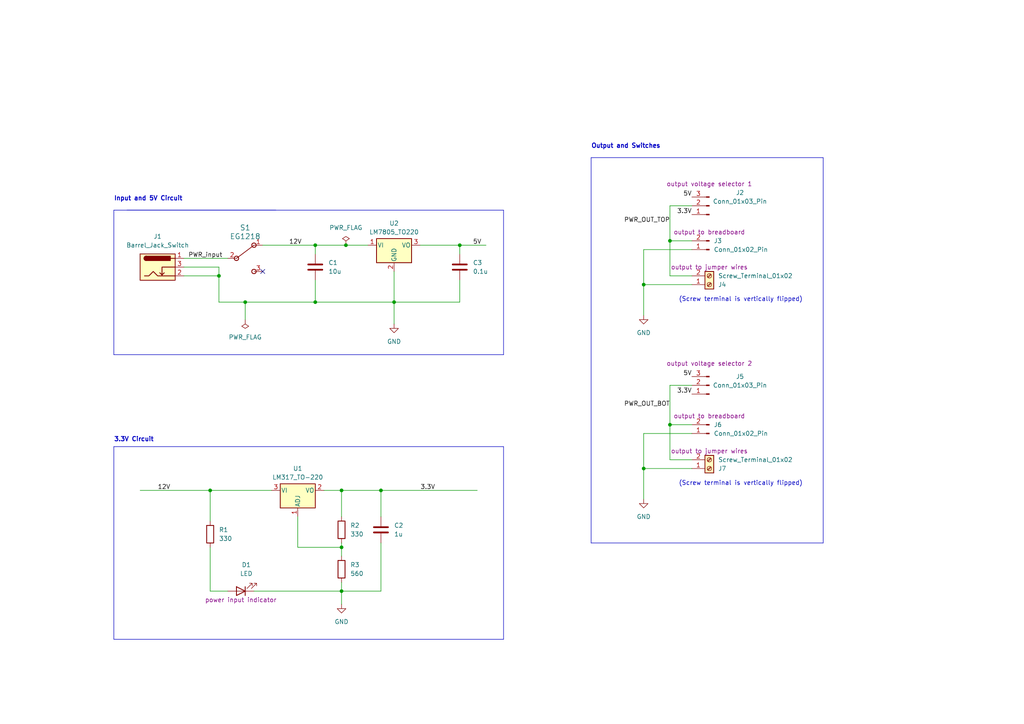
<source format=kicad_sch>
(kicad_sch (version 20230121) (generator eeschema)
  (paper "A4")
  (title_block (title "POWER SUPPLY PCB") (date "2023-06-14") (rev "1") (company "Tech Explorations"))
  (lib_symbols
    (symbol "Connector:Barrel_Jack_Switch" (pin_names hide)
      (property "Reference" "J" (at 0 5.334 0))
      (property "Value" "Barrel_Jack_Switch" (at 0 -5.08 0))
      (symbol "Barrel_Jack_Switch_0_1"
        (rectangle (start -5.08 3.81) (end 5.08 -3.81) (stroke (width 0.254)) (fill (type background)))
        (arc (start -3.302 3.175) (mid -3.9343 2.54) (end -3.302 1.905) (stroke (width 0.254)))
        (arc (start -3.302 3.175) (mid -3.9343 2.54) (end -3.302 1.905) (stroke (width 0.254)) (fill (type outline)))
        (polyline (pts (xy 1.27 -2.286) (xy 1.905 -1.651)) (stroke (width 0.254)))
        (polyline (pts (xy 5.08 2.54) (xy 3.81 2.54)) (stroke (width 0.254)))
        (polyline (pts (xy 5.08 0) (xy 1.27 0) (xy 1.27 -2.286) (xy 0.635 -1.651)) (stroke (width 0.254)))
        (polyline (pts (xy -3.81 -2.54) (xy -2.54 -2.54) (xy -1.27 -1.27) (xy 0 -2.54) (xy 2.54 -2.54) (xy 5.08 -2.54)) (stroke (width 0.254)))
        (rectangle (start 3.683 3.175) (end -3.302 1.905) (stroke (width 0.254)) (fill (type outline)))
      )
      (symbol "Barrel_Jack_Switch_1_1"
        (pin passive line (at 7.62 2.54 180) (length 2.54) (name "~") (number "1"))
        (pin passive line (at 7.62 -2.54 180) (length 2.54) (name "~") (number "2"))
        (pin passive line (at 7.62 0 180) (length 2.54) (name "~") (number "3"))
      )
    )
    (symbol "Connector:Conn_01x02_Pin" (pin_names (offset 1.016) hide)
      (property "Reference" "J" (at 0 2.54 0))
      (property "Value" "Conn_01x02_Pin" (at 0 -5.08 0))
      (symbol "Conn_01x02_Pin_1_1"
        (polyline (pts (xy 1.27 -2.54) (xy 0.8636 -2.54)) (stroke (width 0.1524)))
        (polyline (pts (xy 1.27 0) (xy 0.8636 0)) (stroke (width 0.1524)))
        (rectangle (start 0.8636 -2.413) (end 0 -2.667) (stroke (width 0.1524)) (fill (type outline)))
        (rectangle (start 0.8636 0.127) (end 0 -0.127) (stroke (width 0.1524)) (fill (type outline)))
        (pin passive line (at 5.08 0 180) (length 3.81) (name "Pin_1") (number "1"))
        (pin passive line (at 5.08 -2.54 180) (length 3.81) (name "Pin_2") (number "2"))
      )
    )
    (symbol "Connector:Conn_01x03_Pin" (pin_names (offset 1.016) hide)
      (property "Reference" "J" (at 0 5.08 0))
      (property "Value" "Conn_01x03_Pin" (at 0 -5.08 0))
      (symbol "Conn_01x03_Pin_1_1"
        (polyline (pts (xy 1.27 -2.54) (xy 0.8636 -2.54)) (stroke (width 0.1524)))
        (polyline (pts (xy 1.27 0) (xy 0.8636 0)) (stroke (width 0.1524)))
        (polyline (pts (xy 1.27 2.54) (xy 0.8636 2.54)) (stroke (width 0.1524)))
        (rectangle (start 0.8636 -2.413) (end 0 -2.667) (stroke (width 0.1524)) (fill (type outline)))
        (rectangle (start 0.8636 0.127) (end 0 -0.127) (stroke (width 0.1524)) (fill (type outline)))
        (rectangle (start 0.8636 2.667) (end 0 2.413) (stroke (width 0.1524)) (fill (type outline)))
        (pin passive line (at 5.08 2.54 180) (length 3.81) (name "Pin_1") (number "1"))
        (pin passive line (at 5.08 0 180) (length 3.81) (name "Pin_2") (number "2"))
        (pin passive line (at 5.08 -2.54 180) (length 3.81) (name "Pin_3") (number "3"))
      )
    )
    (symbol "Connector:Screw_Terminal_01x02" (pin_names (offset 1.016) hide)
      (property "Reference" "J" (at 0 2.54 0))
      (property "Value" "Screw_Terminal_01x02" (at 0 -5.08 0))
      (symbol "Screw_Terminal_01x02_1_1"
        (rectangle (start -1.27 1.27) (end 1.27 -3.81) (stroke (width 0.254)) (fill (type background)))
        (circle (center 0 -2.54) (radius 0.635) (stroke (width 0.1524)))
        (polyline (pts (xy -0.5334 -2.2098) (xy 0.3302 -3.048)) (stroke (width 0.1524)))
        (polyline (pts (xy -0.5334 0.3302) (xy 0.3302 -0.508)) (stroke (width 0.1524)))
        (polyline (pts (xy -0.3556 -2.032) (xy 0.508 -2.8702)) (stroke (width 0.1524)))
        (polyline (pts (xy -0.3556 0.508) (xy 0.508 -0.3302)) (stroke (width 0.1524)))
        (circle (center 0 0) (radius 0.635) (stroke (width 0.1524)))
        (pin passive line (at -5.08 0 0) (length 3.81) (name "Pin_1") (number "1"))
        (pin passive line (at -5.08 -2.54 0) (length 3.81) (name "Pin_2") (number "2"))
      )
    )
    (symbol "Device:C" (pin_numbers hide) (pin_names (offset 0.254))
      (property "Reference" "C" (at 0.635 2.54 0))
      (property "Value" "C" (at 0.635 -2.54 0))
      (symbol "C_0_1"
        (polyline (pts (xy -2.032 -0.762) (xy 2.032 -0.762)) (stroke (width 0.508)))
        (polyline (pts (xy -2.032 0.762) (xy 2.032 0.762)) (stroke (width 0.508)))
      )
      (symbol "C_1_1"
        (pin passive line (at 0 3.81 270) (length 2.794) (name "~") (number "1"))
        (pin passive line (at 0 -3.81 90) (length 2.794) (name "~") (number "2"))
      )
    )
    (symbol "Device:LED" (pin_numbers hide) (pin_names (offset 1.016) hide)
      (property "Reference" "D" (at 0 2.54 0))
      (property "Value" "LED" (at 0 -2.54 0))
      (symbol "LED_0_1"
        (polyline (pts (xy -1.27 -1.27) (xy -1.27 1.27)) (stroke (width 0.254)))
        (polyline (pts (xy -1.27 0) (xy 1.27 0)))
        (polyline (pts (xy 1.27 -1.27) (xy 1.27 1.27) (xy -1.27 0) (xy 1.27 -1.27)) (stroke (width 0.254)))
        (polyline (pts (xy -3.048 -0.762) (xy -4.572 -2.286) (xy -3.81 -2.286) (xy -4.572 -2.286) (xy -4.572 -1.524)))
        (polyline (pts (xy -1.778 -0.762) (xy -3.302 -2.286) (xy -2.54 -2.286) (xy -3.302 -2.286) (xy -3.302 -1.524)))
      )
      (symbol "LED_1_1"
        (pin passive line (at -3.81 0 0) (length 2.54) (name "K") (number "1"))
        (pin passive line (at 3.81 0 180) (length 2.54) (name "A") (number "2"))
      )
    )
    (symbol "Device:R" (pin_numbers hide) (pin_names (offset 0))
      (property "Reference" "R" (at 2.032 0 90))
      (property "Value" "R" (at 0 0 90))
      (symbol "R_0_1"
        (rectangle (start -1.016 -2.54) (end 1.016 2.54) (stroke (width 0.254)))
      )
      (symbol "R_1_1"
        (pin passive line (at 0 3.81 270) (length 1.27) (name "~") (number "1"))
        (pin passive line (at 0 -3.81 90) (length 1.27) (name "~") (number "2"))
      )
    )
    (symbol "EG1218_1_sw:EG1218" (pin_names (offset 0.254))
      (property "Reference" "S?" (at 3.81 8.89 0))
      (property "Value" "EG1218" (at 2.54 -6.35 0))
      (symbol "EG1218_0_1"
        (polyline (pts (xy 5.08 3.81) (xy 0 0)) (stroke (width 0.2032)))
        (circle (center 0 0) (radius 0.635) (stroke (width 0.254)))
        (circle (center 5.08 -3.81) (radius 0.635) (stroke (width 0.254)))
        (circle (center 5.08 3.81) (radius 0.635) (stroke (width 0.254)))
      )
      (symbol "EG1218_1_1"
        (pin passive line (at 7.62 3.81 180) (length 2.54) (name "") (number "1"))
        (pin passive line (at -2.54 0 0) (length 2.54) (name "") (number "2"))
        (pin passive line (at 7.62 -3.81 180) (length 2.54) (name "") (number "3"))
      )
    )
    (symbol "Regulator_Linear:LM317_TO-220" (pin_names (offset 0.254))
      (property "Reference" "U" (at -3.81 3.175 0))
      (property "Value" "LM317_TO-220" (at 0 3.175 0))
      (symbol "LM317_TO-220_0_1"
        (rectangle (start -5.08 1.905) (end 5.08 -5.08) (stroke (width 0.254)) (fill (type background)))
      )
      (symbol "LM317_TO-220_1_1"
        (pin input line (at 0 -7.62 90) (length 2.54) (name "ADJ") (number "1"))
        (pin power_out line (at 7.62 0 180) (length 2.54) (name "VO") (number "2"))
        (pin power_in line (at -7.62 0 0) (length 2.54) (name "VI") (number "3"))
      )
    )
    (symbol "Regulator_Linear:LM7805_TO220" (pin_names (offset 0.254))
      (property "Reference" "U" (at -3.81 3.175 0))
      (property "Value" "LM7805_TO220" (at 0 3.175 0))
      (symbol "LM7805_TO220_0_1"
        (rectangle (start -5.08 1.905) (end 5.08 -5.08) (stroke (width 0.254)) (fill (type background)))
      )
      (symbol "LM7805_TO220_1_1"
        (pin power_in line (at -7.62 0 0) (length 2.54) (name "VI") (number "1"))
        (pin power_in line (at 0 -7.62 90) (length 2.54) (name "GND") (number "2"))
        (pin power_out line (at 7.62 0 180) (length 2.54) (name "VO") (number "3"))
      )
    )
    (symbol "power:GND" (power) (pin_names (offset 0))
      (property "Value" "GND" (at 0 -3.81 0))
      (symbol "GND_0_1"
        (polyline (pts (xy 0 0) (xy 0 -1.27) (xy 1.27 -1.27) (xy 0 -2.54) (xy -1.27 -1.27) (xy 0 -1.27)))
      )
      (symbol "GND_1_1"
        (pin power_in line (at 0 0 270) (length 0) hide (name "GND") (number "1"))
      )
    )
    (symbol "power:PWR_FLAG" (power) (pin_numbers hide) (pin_names (offset 0) hide)
      (property "Value" "PWR_FLAG" (at 0 3.81 0))
      (symbol "PWR_FLAG_0_0"
        (pin power_out line (at 0 0 90) (length 0) (name "pwr") (number "1"))
      )
      (symbol "PWR_FLAG_0_1"
        (polyline (pts (xy 0 0) (xy 0 1.27) (xy -1.016 1.905) (xy 0 2.54) (xy 1.016 1.905) (xy 0 1.27)))
      )
    )
  )
  (junction (at 91.44 87.63))
  (junction (at 194.31 123.19))
  (junction (at 63.5 80.01))
  (junction (at 99.06 142.24))
  (junction (at 91.44 71.12))
  (junction (at 99.06 158.75))
  (junction (at 186.69 135.89))
  (junction (at 60.96 142.24))
  (junction (at 194.31 69.85))
  (junction (at 99.06 171.45))
  (junction (at 186.69 82.55))
  (junction (at 100.33 71.12))
  (junction (at 71.12 87.63))
  (junction (at 114.3 87.63))
  (junction (at 133.35 71.12))
  (junction (at 110.49 142.24))
  (no_connect (at 76.2 78.74))
  (wire (pts (xy 194.31 59.69) (xy 194.31 69.85)))
  (wire (pts (xy 194.31 80.01) (xy 200.66 80.01)))
  (wire (pts (xy 99.06 157.48) (xy 99.06 158.75)))
  (wire (pts (xy 99.06 142.24) (xy 99.06 149.86)))
  (wire (pts (xy 99.06 171.45) (xy 99.06 168.91)))
  (wire (pts (xy 53.34 80.01) (xy 63.5 80.01)))
  (wire (pts (xy 200.66 133.35) (xy 194.31 133.35)))
  (wire (pts (xy 110.49 142.24) (xy 110.49 149.86)))
  (wire (pts (xy 63.5 80.01) (xy 63.5 87.63)))
  (wire (pts (xy 133.35 87.63) (xy 114.3 87.63)))
  (wire (pts (xy 194.31 123.19) (xy 200.66 123.19)))
  (wire (pts (xy 200.66 125.73) (xy 186.69 125.73)))
  (wire (pts (xy 53.34 77.47) (xy 63.5 77.47)))
  (wire (pts (xy 53.34 74.93) (xy 66.04 74.93)))
  (wire (pts (xy 194.31 69.85) (xy 194.31 80.01)))
  (wire (pts (xy 71.12 87.63) (xy 91.44 87.63)))
  (wire (pts (xy 63.5 77.47) (xy 63.5 80.01)))
  (wire (pts (xy 121.92 71.12) (xy 133.35 71.12)))
  (wire (pts (xy 200.66 111.76) (xy 194.31 111.76)))
  (wire (pts (xy 93.98 142.24) (xy 99.06 142.24)))
  (wire (pts (xy 194.31 111.76) (xy 194.31 123.19)))
  (wire (pts (xy 200.66 82.55) (xy 186.69 82.55)))
  (polyline (pts (xy 33.02 129.54) (xy 33.02 185.42)))
  (polyline (pts (xy 33.02 60.96) (xy 80.01 60.96)))
  (polyline (pts (xy 33.02 102.87) (xy 33.02 60.96)))
  (wire (pts (xy 186.69 125.73) (xy 186.69 135.89)))
  (wire (pts (xy 114.3 78.74) (xy 114.3 87.63)))
  (polyline (pts (xy 146.05 185.42) (xy 33.02 185.42)))
  (wire (pts (xy 133.35 81.28) (xy 133.35 87.63)))
  (wire (pts (xy 63.5 87.63) (xy 71.12 87.63)))
  (wire (pts (xy 73.66 171.45) (xy 99.06 171.45)))
  (wire (pts (xy 91.44 71.12) (xy 91.44 73.66)))
  (polyline (pts (xy 36.83 60.96) (xy 146.05 60.96)))
  (wire (pts (xy 86.36 149.86) (xy 86.36 158.75)))
  (polyline (pts (xy 171.45 45.72) (xy 171.45 157.48)))
  (polyline (pts (xy 238.76 157.48) (xy 171.45 157.48)))
  (wire (pts (xy 186.69 82.55) (xy 186.69 91.44)))
  (polyline (pts (xy 238.76 45.72) (xy 238.76 157.48)))
  (polyline (pts (xy 146.05 129.54) (xy 146.05 185.42)))
  (wire (pts (xy 71.12 87.63) (xy 71.12 92.71)))
  (wire (pts (xy 200.66 59.69) (xy 194.31 59.69)))
  (wire (pts (xy 100.33 71.12) (xy 106.68 71.12)))
  (polyline (pts (xy 146.05 102.87) (xy 33.02 102.87)))
  (wire (pts (xy 91.44 81.28) (xy 91.44 87.63)))
  (polyline (pts (xy 33.02 129.54) (xy 146.05 129.54)))
  (polyline (pts (xy 146.05 60.96) (xy 146.05 102.87)))
  (wire (pts (xy 91.44 71.12) (xy 100.33 71.12)))
  (wire (pts (xy 200.66 69.85) (xy 194.31 69.85)))
  (wire (pts (xy 110.49 142.24) (xy 138.43 142.24)))
  (wire (pts (xy 60.96 171.45) (xy 66.04 171.45)))
  (wire (pts (xy 91.44 87.63) (xy 114.3 87.63)))
  (polyline (pts (xy 171.45 45.72) (xy 238.76 45.72)))
  (wire (pts (xy 60.96 142.24) (xy 60.96 151.13)))
  (wire (pts (xy 86.36 158.75) (xy 99.06 158.75)))
  (wire (pts (xy 194.31 133.35) (xy 194.31 123.19)))
  (wire (pts (xy 186.69 72.39) (xy 186.69 82.55)))
  (wire (pts (xy 186.69 135.89) (xy 186.69 144.78)))
  (wire (pts (xy 110.49 171.45) (xy 99.06 171.45)))
  (wire (pts (xy 60.96 142.24) (xy 78.74 142.24)))
  (wire (pts (xy 133.35 71.12) (xy 140.97 71.12)))
  (wire (pts (xy 99.06 158.75) (xy 99.06 161.29)))
  (wire (pts (xy 99.06 171.45) (xy 99.06 175.26)))
  (wire (pts (xy 114.3 87.63) (xy 114.3 93.98)))
  (wire (pts (xy 99.06 142.24) (xy 110.49 142.24)))
  (wire (pts (xy 133.35 71.12) (xy 133.35 73.66)))
  (wire (pts (xy 200.66 72.39) (xy 186.69 72.39)))
  (wire (pts (xy 40.64 142.24) (xy 60.96 142.24)))
  (wire (pts (xy 200.66 135.89) (xy 186.69 135.89)))
  (wire (pts (xy 60.96 171.45) (xy 60.96 158.75)))
  (wire (pts (xy 110.49 157.48) (xy 110.49 171.45)))
  (wire (pts (xy 76.2 71.12) (xy 91.44 71.12)))
  (text "3.3V Circuit" (at 33.02 128.27 0) (effects (font (size 1.27 1.27) bold) (justify left bottom)))
  (text "(Screw terminal is vertically flipped)" (at 196.85 87.63 0) (effects (font (size 1.27 1.27)) (justify left bottom)))
  (text "Output and Switches" (at 171.45 43.18 0) (effects (font (size 1.27 1.27) bold) (justify left bottom)))
  (text "Input and 5V Circuit" (at 33.02 58.42 0) (effects (font (size 1.27 1.27) (thickness 0.254) bold) (justify left bottom)))
  (text "(Screw terminal is vertically flipped)" (at 196.85 140.97 0) (effects (font (size 1.27 1.27)) (justify left bottom)))
  (label "3.3V" (at 121.92 142.24 0))
  (label "3.3V" (at 200.66 62.23 180))
  (label "12V" (at 83.82 71.12 0))
  (label "PWR_input" (at 54.61 74.93 0))
  (label "PWR_OUT_TOP" (at 194.31 64.77 180))
  (label "5V" (at 200.66 57.15 180))
  (label "PWR_OUT_BOT" (at 194.31 118.11 180))
  (label "12V" (at 45.72 142.24 0))
  (label "5V" (at 137.16 71.12 0))
  (label "5V" (at 200.66 109.22 180))
  (label "3.3V" (at 200.66 114.3 180))
  (symbol (lib_id "EG1218_1_sw:EG1218") (at 68.58 74.93 0) (unit 1)
    (property "Reference" "S1" (at 71.12 66.04 0) (effects (font (size 1.524 1.524))))
    (property "Value" "EG1218" (at 71.12 68.58 0) (effects (font (size 1.524 1.524))))
    (property "Footprint" "EG1218:SW_1218_EWI" (effects hide))
  )
  (symbol (lib_id "Connector:Conn_01x02_Pin") (at 205.74 125.73 180) (unit 1)
    (property "Reference" "J6" (at 207.01 123.19 0) (effects (justify right)))
    (property "Value" "Conn_01x02_Pin" (at 207.01 125.73 0) (effects (justify right)))
    (property "Footprint" "Connector_PinHeader_2.54mm:PinHeader_1x02_P2.54mm_Vertical" (effects hide))
    (property "Purpose" "output to breadboard" (at 205.74 120.65 0))
  )
  (symbol (lib_id "power:PWR_FLAG") (at 71.12 92.71 180) (unit 1)
    (property "Reference" "#FLG01" (effects hide))
    (property "Value" "PWR_FLAG" (at 71.12 97.79 0))
  )
  (symbol (lib_id "power:GND") (at 186.69 91.44 0) (unit 1)
    (property "Reference" "#PWR03" (effects hide))
    (property "Value" "GND" (at 186.69 96.52 0))
  )
  (symbol (lib_id "Device:R") (at 99.06 165.1 180) (unit 1)
    (property "Reference" "R3" (at 101.6 163.83 0) (effects (justify right)))
    (property "Value" "560" (at 101.6 166.37 0) (effects (justify right)))
    (property "Footprint" "Resistor_THT:R_Axial_DIN0204_L3.6mm_D1.6mm_P7.62mm_Horizontal" (effects hide))
  )
  (symbol (lib_id "Connector:Conn_01x02_Pin") (at 205.74 72.39 180) (unit 1)
    (property "Reference" "J3" (at 207.01 69.85 0) (effects (justify right)))
    (property "Value" "Conn_01x02_Pin" (at 207.01 72.39 0) (effects (justify right)))
    (property "Footprint" "Connector_PinHeader_2.54mm:PinHeader_1x02_P2.54mm_Vertical" (effects hide))
    (property "Purpose" "output to breadboard" (at 205.74 67.31 0))
  )
  (symbol (lib_id "power:PWR_FLAG") (at 100.33 71.12 0) (unit 1)
    (property "Reference" "#FLG02" (effects hide))
    (property "Value" "PWR_FLAG" (at 100.33 66.04 0))
  )
  (symbol (lib_id "Connector:Conn_01x03_Pin") (at 205.74 59.69 180) (unit 1)
    (property "Reference" "J2" (at 214.63 55.88 0))
    (property "Value" "Conn_01x03_Pin" (at 214.63 58.42 0))
    (property "Footprint" "Connector_PinHeader_2.54mm:PinHeader_1x03_P2.54mm_Vertical" (effects hide))
    (property "Purpose" "output voltage selector 1" (at 205.74 53.34 0))
  )
  (symbol (lib_id "power:GND") (at 99.06 175.26 0) (unit 1)
    (property "Reference" "#PWR01" (effects hide))
    (property "Value" "GND" (at 99.06 180.34 0))
  )
  (symbol (lib_id "Connector:Screw_Terminal_01x02") (at 205.74 135.89 0) (mirror x) (unit 1)
    (property "Reference" "J7" (at 208.28 135.89 0) (effects (justify left)))
    (property "Value" "Screw_Terminal_01x02" (at 208.28 133.35 0) (effects (justify left)))
    (property "Footprint" "TerminalBlock:TerminalBlock_bornier-2_P5.08mm" (effects hide))
    (property "Purpose" "output to jumper wires" (at 205.74 130.81 0))
  )
  (symbol (lib_id "Regulator_Linear:LM317_TO-220") (at 86.36 142.24 0) (unit 1)
    (property "Reference" "U1" (at 86.36 135.89 0))
    (property "Value" "LM317_TO-220" (at 86.36 138.43 0))
    (property "Footprint" "Package_TO_SOT_THT:TO-220-3_Vertical" (effects hide))
    (property "Datasheet" "http://www.ti.com/lit/ds/symlink/lm317.pdf" (effects hide))
  )
  (symbol (lib_id "Device:C") (at 91.44 77.47 0) (unit 1)
    (property "Reference" "C1" (at 95.25 76.2 0) (effects (justify left)))
    (property "Value" "10u" (at 95.25 78.74 0) (effects (justify left)))
    (property "Footprint" "Capacitor_THT:C_Disc_D3.0mm_W1.6mm_P2.50mm" (effects hide))
  )
  (symbol (lib_id "Regulator_Linear:LM7805_TO220") (at 114.3 71.12 0) (unit 1)
    (property "Reference" "U2" (at 114.3 64.77 0))
    (property "Value" "LM7805_TO220" (at 114.3 67.31 0))
    (property "Footprint" "Package_TO_SOT_THT:TO-220-3_Vertical" (effects hide))
    (property "Datasheet" "https://www.onsemi.cn/PowerSolutions/document/MC7800-D.PDF" (effects hide))
  )
  (symbol (lib_id "Device:R") (at 60.96 154.94 180) (unit 1)
    (property "Reference" "R1" (at 63.5 153.67 0) (effects (justify right)))
    (property "Value" "330" (at 63.5 156.21 0) (effects (justify right)))
    (property "Footprint" "Resistor_THT:R_Axial_DIN0204_L3.6mm_D1.6mm_P7.62mm_Horizontal" (effects hide))
  )
  (symbol (lib_id "power:GND") (at 186.69 144.78 0) (unit 1)
    (property "Reference" "#PWR04" (effects hide))
    (property "Value" "GND" (at 186.69 149.86 0))
  )
  (symbol (lib_id "Connector:Barrel_Jack_Switch") (at 45.72 77.47 0) (unit 1)
    (property "Reference" "J1" (at 45.72 68.58 0))
    (property "Value" "Barrel_Jack_Switch" (at 45.72 71.12 0))
    (property "Footprint" "Connector_BarrelJack:BarrelJack_Horizontal" (effects hide))
  )
  (symbol (lib_id "power:GND") (at 114.3 93.98 0) (unit 1)
    (property "Reference" "#PWR02" (effects hide))
    (property "Value" "GND" (at 114.3 99.06 0))
  )
  (symbol (lib_id "Device:C") (at 133.35 77.47 0) (unit 1)
    (property "Reference" "C3" (at 137.16 76.2 0) (effects (justify left)))
    (property "Value" "0.1u" (at 137.16 78.74 0) (effects (justify left)))
    (property "Footprint" "Capacitor_THT:C_Disc_D3.0mm_W1.6mm_P2.50mm" (effects hide))
  )
  (symbol (lib_id "Device:C") (at 110.49 153.67 0) (unit 1)
    (property "Reference" "C2" (at 114.3 152.4 0) (effects (justify left)))
    (property "Value" "1u" (at 114.3 154.94 0) (effects (justify left)))
    (property "Footprint" "Capacitor_THT:C_Disc_D3.0mm_W1.6mm_P2.50mm" (effects hide))
  )
  (symbol (lib_id "Connector:Screw_Terminal_01x02") (at 205.74 82.55 0) (mirror x) (unit 1)
    (property "Reference" "J4" (at 208.28 82.55 0) (effects (justify left)))
    (property "Value" "Screw_Terminal_01x02" (at 208.28 80.01 0) (effects (justify left)))
    (property "Footprint" "TerminalBlock:TerminalBlock_bornier-2_P5.08mm" (effects hide))
    (property "Purpose" "output to jumper wires" (at 205.74 77.47 0))
  )
  (symbol (lib_id "Device:R") (at 99.06 153.67 180) (unit 1)
    (property "Reference" "R2" (at 101.6 152.4 0) (effects (justify right)))
    (property "Value" "330" (at 101.6 154.94 0) (effects (justify right)))
    (property "Footprint" "Resistor_THT:R_Axial_DIN0204_L3.6mm_D1.6mm_P7.62mm_Horizontal" (effects hide))
  )
  (symbol (lib_id "Device:LED") (at 69.85 171.45 180) (unit 1)
    (property "Reference" "D1" (at 71.4375 163.83 0))
    (property "Value" "LED" (at 71.4375 166.37 0))
    (property "Footprint" "LED_THT:LED_D5.0mm" (effects hide))
    (property "Purpose" "power input indicator" (at 69.85 173.99 0))
  )
  (symbol (lib_id "Connector:Conn_01x03_Pin") (at 205.74 111.76 180) (unit 1)
    (property "Reference" "J5" (at 214.63 109.22 0))
    (property "Value" "Conn_01x03_Pin" (at 214.63 111.76 0))
    (property "Footprint" "Connector_PinHeader_2.54mm:PinHeader_1x03_P2.54mm_Vertical" (effects hide))
    (property "Purpose" "output voltage selector 2" (at 205.74 105.41 0))
  )
)
</source>
